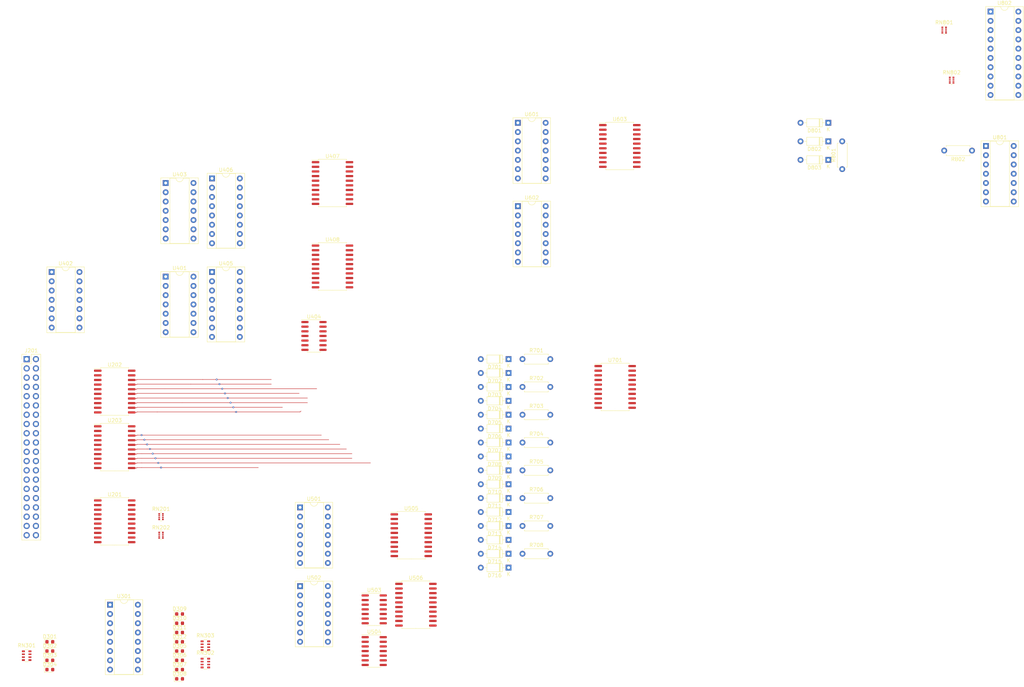
<source format=kicad_pcb>
(kicad_pcb (version 20211014) (generator pcbnew)
  (layers (0 "F.Cu" signal) (1 "In1.Cu" signal) (2 "In2.Cu" signal) (31 "B.Cu" signal) (34 "B.Paste" user) (35 "F.Paste" user) (36 "B.SilkS" user "B.Silkscreen") (37 "F.SilkS" user "F.Silkscreen") (38 "B.Mask" user) (39 "F.Mask" user) (44 "Edge.Cuts" user))
  (net 0 "")
  (net 1 "GND")
  (net 2 "/AND-NAND/A0")
  (net 3 "/AND-NAND/B0")
  (net 4 "/AND-NAND/A1")
  (net 5 "/AND-NAND/B1")
  (net 6 "/AND-NAND/A2")
  (net 7 "/AND-NAND/B2")
  (net 8 "/AND-NAND/A3")
  (net 9 "/AND-NAND/B3")
  (net 10 "/AND-NAND/A4")
  (net 11 "/AND-NAND/B4")
  (net 12 "/AND-NAND/A5")
  (net 13 "/AND-NAND/B5")
  (net 14 "/AND-NAND/A6")
  (net 15 "/AND-NAND/B6")
  (net 16 "+5V")
  (net 17 "/AND-NAND/A7")
  (net 18 "/AND-NAND/B7")
  (net 19 "/AdderSubtractor/~{ADD}")
  (net 20 "/AdderSubtractor/B'0")
  (net 21 "/AdderSubtractor/B'1")
  (net 22 "/AdderSubtractor/B'2")
  (net 23 "/AdderSubtractor/B'3")
  (net 24 "/AdderSubtractor/B'4")
  (net 25 "/AdderSubtractor/B'5")
  (net 26 "/AdderSubtractor/B'6")
  (net 27 "/AdderSubtractor/B'7")
  (net 28 "Net-(RN801-Pad5)")
  (net 29 "Net-(D703-Pad1)")
  (net 30 "Net-(D705-Pad1)")
  (net 31 "Net-(D707-Pad1)")
  (net 32 "Net-(D709-Pad1)")
  (net 33 "Net-(D711-Pad1)")
  (net 34 "Net-(D713-Pad1)")
  (net 35 "Net-(D715-Pad1)")
  (net 36 "/AND-NAND/NAND0")
  (net 37 "/AND-NAND/NAND1")
  (net 38 "/AND-NAND/NAND3")
  (net 39 "/AND-NAND/NAND2")
  (net 40 "/AND-NAND/NAND4")
  (net 41 "/AND-NAND/NAND5")
  (net 42 "/AND-NAND/NAND7")
  (net 43 "/AND-NAND/NAND6")
  (net 44 "/Output Stage/FLAG")
  (net 45 "/Output Stage/DALUFLAG")
  (net 46 "/Connector/A^{raw}_{0}")
  (net 47 "/Connector/B^{raw}_{0}")
  (net 48 "Net-(D701-Pad1)")
  (net 50 "Net-(J201-Pad4)")
  (net 52 "Net-(J201-Pad6)")
  (net 54 "Net-(J201-Pad8)")
  (net 56 "Net-(J201-Pad10)")
  (net 58 "Net-(J201-Pad12)")
  (net 60 "Net-(J201-Pad14)")
  (net 62 "Net-(J201-Pad16)")
  (net 68 "/Connector/I^{raw}_{3}")
  (net 69 "Net-(J201-Pad24)")
  (net 70 "/Connector/I^{raw}_{2}")
  (net 71 "Net-(J201-Pad26)")
  (net 72 "/Connector/I^{raw}_{1}")
  (net 73 "Net-(J201-Pad28)")
  (net 74 "/Connector/I^{raw}_{0}")
  (net 75 "Net-(J201-Pad30)")
  (net 76 "/Connector/~{SELECT_{DALU}}")
  (net 77 "Net-(J201-Pad32)")
  (net 78 "/Connector/Decode_{raw}")
  (net 79 "Net-(J201-Pad34)")
  (net 80 "/Connector/Execute_{raw}")
  (net 81 "Net-(J201-Pad36)")
  (net 82 "/Connector/Commit_{raw}")
  (net 84 "/Connector/Control.Commit")
  (net 85 "/Connector/Control.Execute")
  (net 86 "/Connector/Control.Decode")
  (net 87 "/Connector/Control.~{SELECT}")
  (net 88 "/Connector/Control.I0")
  (net 89 "/Connector/Control.I1")
  (net 90 "/Connector/Control.I2")
  (net 91 "/Connector/Control.I3")
  (net 94 "/Decoder/~{ADD}")
  (net 95 "/Decoder/~{SUBTRACT}")
  (net 96 "/Decoder/~{OR}")
  (net 97 "/Decoder/~{XOR}")
  (net 98 "/Decoder/~{AND}")
  (net 99 "/Decoder/~{NAND}")
  (net 100 "Net-(RN801-Pad6)")
  (net 102 "Net-(U402-Pad8)")
  (net 103 "Net-(U503-Pad2)")
  (net 104 "Net-(U503-Pad4)")
  (net 105 "Net-(U503-Pad6)")
  (net 107 "Net-(U503-Pad8)")
  (net 109 "Net-(U504-Pad2)")
  (net 110 "Net-(U504-Pad4)")
  (net 111 "Net-(U504-Pad6)")
  (net 113 "Net-(U504-Pad8)")
  (net 143 "Net-(U601-Pad3)")
  (net 144 "Net-(U601-Pad6)")
  (net 145 "Net-(U601-Pad8)")
  (net 146 "Net-(U601-Pad11)")
  (net 147 "Net-(U602-Pad3)")
  (net 148 "Net-(U602-Pad6)")
  (net 149 "Net-(U602-Pad8)")
  (net 150 "Net-(U602-Pad11)")
  (net 173 "Net-(D301-Pad1)")
  (net 174 "Net-(D302-Pad1)")
  (net 175 "Net-(D303-Pad1)")
  (net 176 "Net-(D304-Pad1)")
  (net 177 "/Decoder/~{BAD_{3}}")
  (net 178 "Net-(D305-Pad2)")
  (net 179 "/Decoder/~{BAD_{2}}")
  (net 180 "Net-(D306-Pad2)")
  (net 181 "Net-(D307-Pad2)")
  (net 182 "Net-(D308-Pad2)")
  (net 183 "Net-(D309-Pad2)")
  (net 184 "Net-(D310-Pad2)")
  (net 185 "Net-(D311-Pad2)")
  (net 186 "Net-(D312-Pad2)")
  (net 193 "Net-(U402-Pad9)")
  (net 197 "/AdderSubtractor/~{SUBTRACT}")
  (net 198 "/AdderSubtractor/~{OE}")
  (net 210 "Net-(U405-Pad9)")
  (net 226 "/AdderSubtractor/FLAG")
  (net 227 "/Output Stage/~{OE}")
  (net 228 "/Output Stage/DECODE")
  (net 229 "/Output Stage/EXECUTE")
  (net 230 "/Output Stage/COMMIT")
  (net 231 "Net-(RN801-Pad7)")
  (net 232 "Net-(RN801-Pad8)")
  (net 233 "Net-(RN802-Pad5)")
  (net 234 "Net-(RN802-Pad6)")
  (net 235 "Net-(RN802-Pad7)")
  (net 236 "Net-(RN802-Pad8)")
  (net 237 "Net-(U402-Pad6)")
  (net 238 "/OR/~{OR}")
  (net 239 "Net-(U401-Pad10)")
  (net 240 "/AdderSubtractor/S_{1}")
  (net 241 "/AdderSubtractor/S_{0}")
  (net 242 "/AdderSubtractor/S_{3}")
  (net 243 "/AdderSubtractor/S_{2}")
  (net 244 "/AdderSubtractor/S_{5}")
  (net 245 "/AdderSubtractor/S_{4}")
  (net 246 "/AdderSubtractor/S_{7}")
  (net 247 "/AdderSubtractor/S_{6}")
  (footprint "LED_SMD:LED_0603_1608Metric" (layer "F.Cu") (at 76.2 173.99)
    (fp_text reference "D311")
    (fp_text value "LED")
  )
  (footprint "LED_SMD:LED_0603_1608Metric" (layer "F.Cu") (at 76.2 168.91)
    (fp_text reference "D309")
    (fp_text value "LED")
  )
  (footprint "Package_SO:SOIC-14_3.9x8.7mm_P1.27mm" (layer "F.Cu") (at 129.54 179.07)
    (fp_text reference "U504")
    (fp_text value "74HC14")
  )
  (footprint "Diode_THT:D_DO-35_SOD27_P7.62mm_Horizontal" (layer "F.Cu") (at 254 44.45 180)
    (fp_text reference "D803")
    (fp_text value "1N4148")
  )
  (footprint "Package_DIP:DIP-14_W7.62mm_Socket" (layer "F.Cu") (at 72.39 76.454)
    (fp_text reference "U401")
    (fp_text value "74HC86")
  )
  (footprint "Diode_THT:D_DO-35_SOD27_P7.62mm_Horizontal" (layer "F.Cu") (at 254 39.37 180)
    (fp_text reference "D802")
    (fp_text value "1N4148")
  )
  (footprint "Package_SO:SOIC-20W_7.5x12.8mm_P1.27mm" (layer "F.Cu") (at 139.7 147.32)
    (fp_text reference "U505")
    (fp_text value "74HC245")
  )
  (footprint "Diode_THT:D_DO-35_SOD27_P7.62mm_Horizontal" (layer "F.Cu") (at 166.37 114.3 180)
    (fp_text reference "D705")
    (fp_text value "1N4148")
  )
  (footprint "Diode_THT:D_DO-35_SOD27_P7.62mm_Horizontal" (layer "F.Cu") (at 166.37 118.11 180)
    (fp_text reference "D706")
    (fp_text value "1N4148")
  )
  (footprint "Package_SO:SOIC-20W_7.5x12.8mm_P1.27mm" (layer "F.Cu") (at 58.42 123.19)
    (fp_text reference "U203")
    (fp_text value "74HC245")
  )
  (footprint "Package_SO:SOIC-20W_7.5x12.8mm_P1.27mm" (layer "F.Cu") (at 58.42 143.51)
    (fp_text reference "U201")
    (fp_text value "74HC245")
  )
  (footprint "Package_DIP:DIP-14_W7.62mm_Socket" (layer "F.Cu") (at 168.92 57.145)
    (fp_text reference "U602")
    (fp_text value "74HC86")
  )
  (footprint "Package_SO:SOIC-20W_7.5x12.8mm_P1.27mm" (layer "F.Cu") (at 195.58 106.68)
    (fp_text reference "U701")
    (fp_text value "74HC245")
  )
  (footprint "Resistor_THT:R_Axial_DIN0207_L6.3mm_D2.5mm_P7.62mm_Horizontal" (layer "F.Cu") (at 170.18 129.54)
    (fp_text reference "R705")
    (fp_text value "100k")
  )
  (footprint "LED_SMD:LED_0603_1608Metric" (layer "F.Cu") (at 40.64 184.15)
    (fp_text reference "D304")
    (fp_text value "LED")
  )
  (footprint "Package_SO:SOIC-20W_7.5x12.8mm_P1.27mm" (layer "F.Cu") (at 196.85 40.64)
    (fp_text reference "U603")
    (fp_text value "74HC245")
  )
  (footprint "Package_DIP:DIP-14_W7.62mm_Socket" (layer "F.Cu") (at 72.39 50.79)
    (fp_text reference "U403")
    (fp_text value "74HC86")
  )
  (footprint "Package_SO:SOIC-14_3.9x8.7mm_P1.27mm" (layer "F.Cu") (at 129.54 167.64)
    (fp_text reference "U503")
    (fp_text value "74HC14")
  )
  (footprint "LED_SMD:LED_0603_1608Metric" (layer "F.Cu") (at 76.2 184.15)
    (fp_text reference "D307")
    (fp_text value "LED")
  )
  (footprint "Resistor_THT:R_Axial_DIN0207_L6.3mm_D2.5mm_P7.62mm_Horizontal" (layer "F.Cu") (at 170.18 106.68)
    (fp_text reference "R702")
    (fp_text value "100k")
  )
  (footprint "Resistor_THT:R_Axial_DIN0207_L6.3mm_D2.5mm_P7.62mm_Horizontal" (layer "F.Cu") (at 170.18 152.4)
    (fp_text reference "R708")
    (fp_text value "100k")
  )
  (footprint "Diode_THT:D_DO-35_SOD27_P7.62mm_Horizontal" (layer "F.Cu") (at 166.37 133.35 180)
    (fp_text reference "D710")
    (fp_text value "1N4148")
  )
  (footprint "LED_SMD:LED_0603_1608Metric" (layer "F.Cu") (at 76.2 171.45)
    (fp_text reference "D310")
    (fp_text value "LED")
  )
  (footprint "Package_SO:SOIC-20W_7.5x12.8mm_P1.27mm" (layer "F.Cu") (at 118.11 73.66)
    (fp_text reference "U408")
    (fp_text value "74HC245")
  )
  (footprint "Package_SO:SOIC-20W_7.5x12.8mm_P1.27mm" (layer "F.Cu") (at 118.11 50.8)
    (fp_text reference "U407")
    (fp_text value "74HC245")
  )
  (footprint "Package_DIP:DIP-14_W7.62mm_Socket" (layer "F.Cu") (at 168.91 34.29)
    (fp_text reference "U601")
    (fp_text value "74HC86")
  )
  (footprint "Package_DIP:DIP-14_W7.62mm_Socket" (layer "F.Cu") (at 109.23 161.285)
    (fp_text reference "U502")
    (fp_text value "74HC00")
  )
  (footprint "LED_SMD:LED_0603_1608Metric" (layer "F.Cu") (at 76.2 179.07)
    (fp_text reference "D305")
    (fp_text value "LED")
  )
  (footprint "Resistor_THT:R_Axial_DIN0207_L6.3mm_D2.5mm_P7.62mm_Horizontal" (layer "F.Cu") (at 170.18 114.3)
    (fp_text reference "R703")
    (fp_text value "100k")
  )
  (footprint "Package_DIP:DIP-16_W7.62mm_Socket" (layer "F.Cu") (at 85.09 49.53)
    (fp_text reference "U406")
    (fp_text value "74HC283")
  )
  (footprint "Package_DIP:DIP-16_W7.62mm_Socket" (layer "F.Cu") (at 85.09 75.184)
    (fp_text reference "U405")
    (fp_text value "74HC283")
  )
  (footprint "Diode_THT:D_DO-35_SOD27_P7.62mm_Horizontal" (layer "F.Cu") (at 166.37 102.87 180)
    (fp_text reference "D702")
    (fp_text value "1N4148")
  )
  (footprint "Resistor_SMD:R_Array_Convex_4x0402" (layer "F.Cu") (at 71.12 142.24)
    (fp_text reference "RN201")
    (fp_text value "10k")
  )
  (footprint "Diode_THT:D_DO-35_SOD27_P7.62mm_Horizontal" (layer "F.Cu") (at 254 34.29 180)
    (fp_text reference "D801")
    (fp_text value "1N4148")
  )
  (footprint "Resistor_THT:R_Axial_DIN0207_L6.3mm_D2.5mm_P7.62mm_Horizontal" (layer "F.Cu") (at 293.38 41.905 180)
    (fp_text reference "R802")
    (fp_text value "10k")
  )
  (footprint "LED_SMD:LED_0603_1608Metric" (layer "F.Cu") (at 76.2 181.61)
    (fp_text reference "D306")
    (fp_text value "LED")
  )
  (footprint "Diode_THT:D_DO-35_SOD27_P7.62mm_Horizontal" (layer "F.Cu") (at 166.37 144.78 180)
    (fp_text reference "D713")
    (fp_text value "1N4148")
  )
  (footprint "Package_DIP:DIP-16_W7.62mm_Socket" (layer "F.Cu") (at 57.15 166.37)
    (fp_text reference "U301")
    (fp_text value "74HC138")
  )
  (footprint "Diode_THT:D_DO-35_SOD27_P7.62mm_Horizontal" (layer "F.Cu") (at 166.37 137.16 180)
    (fp_text reference "D711")
    (fp_text value "1N4148")
  )
  (footprint "Resistor_SMD:R_Array_Convex_4x0402" (layer "F.Cu") (at 71.12 147.32)
    (fp_text reference "RN202")
    (fp_text value "10k")
  )
  (footprint "LED_SMD:LED_0603_1608Metric" (layer "F.Cu") (at 76.2 176.53)
    (fp_text reference "D312")
    (fp_text value "LED")
  )
  (footprint "Diode_THT:D_DO-35_SOD27_P7.62mm_Horizontal" (layer "F.Cu") (at 166.37 140.97 180)
    (fp_text reference "D712")
    (fp_text value "1N4148")
  )
  (footprint "Resistor_SMD:R_Array_Convex_4x0603" (layer "F.Cu") (at 34.29 180.34)
    (fp_text reference "RN301")
    (fp_text value "4k7")
  )
  (footprint "Package_DIP:DIP-14_W7.62mm_Socket" (layer "F.Cu") (at 109.22 139.695)
    (fp_text reference "U501")
    (fp_text value "74HC00")
  )
  (footprint "Package_DIP:DIP-20_W7.62mm_Socket" (layer "F.Cu") (at 298.46 3.815)
    (fp_text reference "U802")
    (fp_text value "74HCT574")
  )
  (footprint "Diode_THT:D_DO-35_SOD27_P7.62mm_Horizontal" (layer "F.Cu") (at 166.37 125.73 180)
    (fp_text reference "D708")
    (fp_text value "1N4148")
  )
  (footprint "Package_DIP:DIP-14_W7.62mm_Socket" (layer "F.Cu") (at 41.148 75.184)
    (fp_text reference "U402")
    (fp_text value "74HC86")
  )
  (footprint "Package_SO:SOIC-14_3.9x8.7mm_P1.27mm" (layer "F.Cu") (at 113.03 92.71)
    (fp_text reference "U404")
    (fp_text value "74HC08")
  )
  (footprint "Resistor_SMD:R_Array_Convex_4x0402" (layer "F.Cu") (at 285.75 8.89)
    (fp_text reference "RN801")
    (fp_text value "10k")
  )
  (footprint "Resistor_THT:R_Axial_DIN0207_L6.3mm_D2.5mm_P7.62mm_Horizontal" (layer "F.Cu") (at 257.81 46.99 90)
    (fp_text reference "R801")
    (fp_text value "100k")
  )
  (footprint "Resistor_SMD:R_Array_Convex_4x0402" (layer "F.Cu") (at 287.79 22.61)
    (fp_text reference "RN802")
    (fp_text value "10k")
  )
  (footprint "Connector_PinHeader_2.54mm:PinHeader_2x20_P2.54mm_Vertical" (layer "F.Cu") (at 34.29 99.06)
    (fp_text reference "J201")
    (fp_text value "Conn_02x20_Odd_Even")
  )
  (footprint "Package_DIP:DIP-14_W7.62mm_Socket" (layer "F.Cu") (at 297.19 40.635)
    (fp_text reference "U801")
    (fp_text value "74HC74")
  )
  (footprint "LED_SMD:LED_0603_1608Metric" (layer "F.Cu") (at 40.64 181.61)
    (fp_text reference "D303")
    (fp_text value "LED")
  )
  (footprint "Resistor_THT:R_Axial_DIN0207_L6.3mm_D2.5mm_P7.62mm_Horizontal" (layer "F.Cu") (at 170.18 144.78)
    (fp_text reference "R707")
    (fp_text value "100k")
  )
  (footprint "Package_SO:SOIC-20W_7.5x12.8mm_P1.27mm" (layer "F.Cu") (at 58.42 107.95)
    (fp_text reference "U202")
    (fp_text value "74HC245")
  )
  (footprint "Resistor_THT:R_Axial_DIN0207_L6.3mm_D2.5mm_P7.62mm_Horizontal" (layer "F.Cu") (at 170.18 137.16)
    (fp_text reference "R706")
    (fp_text value "100k")
  )
  (footprint "Diode_THT:D_DO-35_SOD27_P7.62mm_Horizontal" (layer "F.Cu") (at 166.37 148.59 180)
    (fp_text reference "D714")
    (fp_text value "1N4148")
  )
  (footprint "Diode_THT:D_DO-35_SOD27_P7.62mm_Horizontal" (layer "F.Cu") (at 166.37 121.92 180)
    (fp_text reference "D707")
    (fp_text value "1N4148")
  )
  (footprint "Diode_THT:D_DO-35_SOD27_P7.62mm_Horizontal" (layer "F.Cu") (at 166.37 99.06 180)
    (fp_text reference "D701")
    (fp_text value "1N4148")
  )
  (footprint "Resistor_THT:R_Axial_DIN0207_L6.3mm_D2.5mm_P7.62mm_Horizontal" (layer "F.Cu") (at 170.18 121.92)
    (fp_text reference "R704")
    (fp_text value "100k")
  )
  (footprint "Resistor_SMD:R_Array_Convex_4x0603" (layer "F.Cu") (at 83.27 177.61)
    (fp_text reference "RN303")
    (fp_text value "4k7")
  )
  (footprint "LED_SMD:LED_0603_1608Metric" (layer "F.Cu") (at 40.64 176.53)
    (fp_text reference "D301")
    (fp_text value "LED")
  )
  (footprint "Diode_THT:D_DO-35_SOD27_P7.62mm_Horizontal" (layer "F.Cu") (at 166.37 110.49 180)
    (fp_text reference "D704")
    (fp_text value "1N4148")
  )
  (footprint "Resistor_THT:R_Axial_DIN0207_L6.3mm_D2.5mm_P7.62mm_Horizontal" (layer "F.Cu") (at 170.18 99.06)
    (fp_text reference "R701")
    (fp_text value "100k")
  )
  (footprint "Diode_THT:D_DO-35_SOD27_P7.62mm_Horizontal" (layer "F.Cu") (at 166.37 129.54 180)
    (fp_text reference "D709")
    (fp_text value "1N4148")
  )
  (footprint "Diode_THT:D_DO-35_SOD27_P7.62mm_Horizontal" (layer "F.Cu") (at 166.37 106.68 180)
    (fp_text reference "D703")
    (fp_text value "1N4148")
  )
  (footprint "Diode_THT:D_DO-35_SOD27_P7.62mm_Horizontal" (layer "F.Cu") (at 166.37 156.21 180)
    (fp_text reference "D716")
    (fp_text value "1N4148")
  )
  (footprint "Resistor_SMD:R_Array_Convex_4x0603" (layer "F.Cu") (at 83.27 182.36)
    (fp_text reference "RN302")
    (fp_text value "4k7")
  )
  (footprint "LED_SMD:LED_0603_1608Metric" (layer "F.Cu") (at 40.64 179.07)
    (fp_text reference "D302")
    (fp_text value "LED")
  )
  (footprint "LED_SMD:LED_0603_1608Metric" (layer "F.Cu") (at 76.2 186.69)
    (fp_text reference "D308")
    (fp_text value "LED")
  )
  (footprint "Package_SO:SOIC-20W_7.5x12.8mm_P1.27mm" (layer "F.Cu") (at 140.97 166.37)
    (fp_text reference "U506")
    (fp_text value "74HC245")
  )
  (footprint "Diode_THT:D_DO-35_SOD27_P7.62mm_Horizontal" (layer "F.Cu") (at 166.37 152.4 180)
    (fp_text reference "D715")
    (fp_text value "1N4148")
  )
  (segment (start 109.22 113.538) (end 109.474 113.284) (width 0.127) (layer "F.Cu") (net 2))
  (segment (start 64.516 113.538) (end 70.104 113.538) (width 0.127) (layer "F.Cu") (net 2))
  (segment (start 64.389 113.665) (end 64.516 113.538) (width 0.127) (layer "F.Cu") (net 2))
  (segment (start 63.07 113.665) (end 64.389 113.665) (width 0.127) (layer "F.Cu") (net 2))
  (segment (start 70.104 113.538) (end 91.694 113.538) (width 0.127) (layer "F.Cu") (net 2))
  (segment (start 91.694 113.538) (end 109.22 113.538) (width 0.127) (layer "F.Cu") (net 2))
  (via (at 91.694 113.538) (size 0.499999) (drill 0.20066) (layers "F.Cu" "B.Cu") (net 2))
  (segment (start 65.786 128.778) (end 97.79 128.778) (width 0.127) (layer "F.Cu") (net 3))
  (segment (start 64.389 128.905) (end 64.516 128.778) (width 0.127) (layer "F.Cu") (net 3))
  (segment (start 64.516 128.778) (end 65.786 128.778) (width 0.127) (layer "F.Cu") (net 3))
  (segment (start 63.07 128.905) (end 64.389 128.905) (width 0.127) (layer "F.Cu") (net 3))
  (via (at 71.12 128.778) (size 0.499999) (drill 0.20066) (layers "F.Cu" "B.Cu") (net 3))
  (segment (start 90.932 112.268) (end 104.394 112.268) (width 0.127) (layer "F.Cu") (net 4))
  (segment (start 64.516 112.268) (end 90.932 112.268) (width 0.127) (layer "F.Cu") (net 4))
  (segment (start 63.07 112.395) (end 64.389 112.395) (width 0.127) (layer "F.Cu") (net 4))
  (segment (start 64.389 112.395) (end 64.516 112.268) (width 0.127) (layer "F.Cu") (net 4))
  (via (at 90.932 112.268) (size 0.499999) (drill 0.20066) (layers "F.Cu" "B.Cu") (net 4))
  (segment (start 63.07 127.635) (end 64.389 127.635) (width 0.127) (layer "F.Cu") (net 5))
  (segment (start 64.516 127.508) (end 65.786 127.508) (width 0.127) (layer "F.Cu") (net 5))
  (segment (start 65.786 127.508) (end 128.524 127.508) (width 0.127) (layer "F.Cu") (net 5))
  (segment (start 64.389 127.635) (end 64.516 127.508) (width 0.127) (layer "F.Cu") (net 5))
  (via (at 70.358 127.508) (size 0.499999) (drill 0.20066) (layers "F.Cu" "B.Cu") (net 5))
  (segment (start 64.389 111.125) (end 64.516 110.998) (width 0.127) (layer "F.Cu") (net 6))
  (segment (start 90.17 110.998) (end 111.252 110.998) (width 0.127) (layer "F.Cu") (net 6))
  (segment (start 64.516 110.998) (end 76.962 110.998) (width 0.127) (layer "F.Cu") (net 6))
  (segment (start 76.962 110.998) (end 90.17 110.998) (width 0.127) (layer "F.Cu") (net 6))
  (segment (start 63.07 111.125) (end 64.389 111.125) (width 0.127) (layer "F.Cu") (net 6))
  (via (at 90.17 110.998) (size 0.499999) (drill 0.20066) (layers "F.Cu" "B.Cu") (net 6))
  (segment (start 64.516 126.238) (end 65.786 126.238) (width 0.127) (layer "F.Cu") (net 7))
  (segment (start 63.07 126.365) (end 64.389 126.365) (width 0.127) (layer "F.Cu") (net 7))
  (segment (start 65.786 126.238) (end 123.444 126.238) (width 0.127) (layer "F.Cu") (net 7))
  (segment (start 64.389 126.365) (end 64.516 126.238) (width 0.127) (layer "F.Cu") (net 7))
  (via (at 69.596 126.238) (size 0.499999) (drill 0.20066) (layers "F.Cu" "B.Cu") (net 7))
  (segment (start 64.389 109.855) (end 64.516 109.728) (width 0.127) (layer "F.Cu") (net 8))
  (segment (start 63.07 109.855) (end 64.389 109.855) (width 0.127) (layer "F.Cu") (net 8))
  (segment (start 64.516 109.728) (end 89.408 109.728) (width 0.127) (layer "F.Cu") (net 8))
  (segment (start 89.408 109.728) (end 111.252 109.728) (width 0.127) (layer "F.Cu") (net 8))
  (via (at 89.408 109.728) (size 0.499999) (drill 0.20066) (layers "F.Cu" "B.Cu") (net 8))
  (segment (start 64.389 125.095) (end 64.516 124.968) (width 0.127) (layer "F.Cu") (net 9))
  (segment (start 65.786 124.968) (end 123.444 124.968) (width 0.127) (layer "F.Cu") (net 9))
  (segment (start 64.516 124.968) (end 65.786 124.968) (width 0.127) (layer "F.Cu") (net 9))
  (segment (start 63.07 125.095) (end 64.389 125.095) (width 0.127) (layer "F.Cu") (net 9))
  (via (at 68.834 124.968) (size 0.499999) (drill 0.20066) (layers "F.Cu" "B.Cu") (net 9))
  (segment (start 64.516 108.458) (end 88.646 108.458) (width 0.127) (layer "F.Cu") (net 10))
  (segment (start 64.389 108.585) (end 64.516 108.458) (width 0.127) (layer "F.Cu") (net 10))
  (segment (start 88.646 108.458) (end 108.966 108.458) (width 0.127) (layer "F.Cu") (net 10))
  (segment (start 63.07 108.585) (end 64.389 108.585) (width 0.127) (layer "F.Cu") (net 10))
  (via (at 88.646 108.458) (size 0.499999) (drill 0.20066) (layers "F.Cu" "B.Cu") (net 10))
  (segment (start 64.389 123.825) (end 64.516 123.698) (width 0.127) (layer "F.Cu") (net 11))
  (segment (start 64.516 123.698) (end 67.31 123.698) (width 0.127) (layer "F.Cu") (net 11))
  (segment (start 63.07 123.825) (end 64.389 123.825) (width 0.127) (layer "F.Cu") (net 11))
  (segment (start 67.31 123.698) (end 121.92 123.698) (width 0.127) (layer "F.Cu") (net 11))
  (via (at 68.072 123.698) (size 0.499999) (drill 0.20066) (layers "F.Cu" "B.Cu") (net 11))
  (segment (start 63.07 107.315) (end 64.389 107.315) (width 0.127) (layer "F.Cu") (net 12))
  (segment (start 64.389 107.315) (end 64.516 107.188) (width 0.127) (layer "F.Cu") (net 12))
  (segment (start 72.136 107.188) (end 87.884 107.188) (width 0.127) (layer "F.Cu") (net 12))
  (segment (start 64.516 107.188) (end 72.136 107.188) (width 0.127) (layer "F.Cu") (net 12))
  (segment (start 87.884 107.188) (end 113.792 107.188) (width 0.127) (layer "F.Cu") (net 12))
  (via (at 87.884 107.188) (size 0.499999) (drill 0.20066) (layers "F.Cu" "B.Cu") (net 12))
  (segment (start 64.389 122.555) (end 64.516 122.428) (width 0.127) (layer "F.Cu") (net 13))
  (segment (start 66.802 122.428) (end 120.142 122.428) (width 0.127) (layer "F.Cu") (net 13))
  (segment (start 64.516 122.428) (end 66.802 122.428) (width 0.127) (layer "F.Cu") (net 13))
  (segment (start 63.07 122.555) (end 64.389 122.555) (width 0.127) (layer "F.Cu") (net 13))
  (via (at 67.31 122.428) (size 0.499999) (drill 0.20066) (layers "F.Cu" "B.Cu") (net 13))
  (segment (start 64.516 105.918) (end 79.248 105.918) (width 0.127) (layer "F.Cu") (net 14))
  (segment (start 64.389 106.045) (end 64.516 105.918) (width 0.127) (layer "F.Cu") (net 14))
  (segment (start 87.122 105.918) (end 101.346 105.918) (width 0.127) (layer "F.Cu") (net 14))
  (segment (start 79.248 105.918) (end 87.122 105.918) (width 0.127) (layer "F.Cu") (net 14))
  (segment (start 63.07 106.045) (end 64.389 106.045) (width 0.127) (layer "F.Cu") (net 14))
  (via (at 87.122 105.918) (size 0.499999) (drill 0.20066) (layers "F.Cu" "B.Cu") (net 14))
  (segment (start 64.516 121.158) (end 66.294 121.158) (width 0.127) (layer "F.Cu") (net 15))
  (segment (start 64.389 121.285) (end 64.516 121.158) (width 0.127) (layer "F.Cu") (net 15))
  (segment (start 63.07 121.285) (end 64.389 121.285) (width 0.127) (layer "F.Cu") (net 15))
  (segment (start 66.294 121.158) (end 117.094 121.158) (width 0.127) (layer "F.Cu") (net 15))
  (via (at 66.548 121.158) (size 0.499999) (drill 0.20066) (layers "F.Cu" "B.Cu") (net 15))
  (segment (start 64.389 104.775) (end 64.516 104.648) (width 0.127) (layer "F.Cu") (net 17))
  (segment (start 82.55 104.648) (end 86.36 104.648) (width 0.127) (layer "F.Cu") (net 17))
  (segment (start 86.36 104.648) (end 101.346 104.648) (width 0.127) (layer "F.Cu") (net 17))
  (segment (start 63.07 104.775) (end 64.389 104.775) (width 0.127) (layer "F.Cu") (net 17))
  (segment (start 64.516 104.648) (end 82.55 104.648) (width 0.127) (layer "F.Cu") (net 17))
  (via (at 86.36 104.648) (size 0.499999) (drill 0.20066) (layers "F.Cu" "B.Cu") (net 17))
  (segment (start 64.516 119.888) (end 65.786 119.888) (width 0.127) (layer "F.Cu") (net 18))
  (segment (start 63.07 120.015) (end 64.389 120.015) (width 0.127) (layer "F.Cu") (net 18))
  (segment (start 64.389 120.015) (end 64.516 119.888) (width 0.127) (layer "F.Cu") (net 18))
  (segment (start 65.786 119.888) (end 115.062 119.888) (width 0.127) (layer "F.Cu") (net 18))
  (via (at 65.786 119.888) (size 0.499999) (drill 0.20066) (layers "F.Cu" "B.Cu") (net 18))
)
</source>
